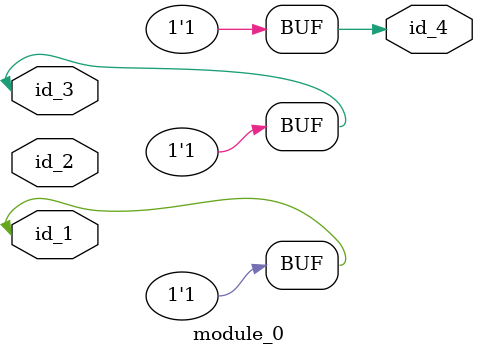
<source format=v>
`define pp_4 0
module module_0 (
    id_1,
    id_2,
    id_3,
    id_4
);
  output id_4;
  inout id_3;
  input id_2;
  inout id_1;
  assign id_4 = id_1;
  always @(posedge id_3) begin
    id_1 = id_1;
  end
  always #1 id_4 <= 1;
  assign id_4 = id_3;
endmodule

</source>
